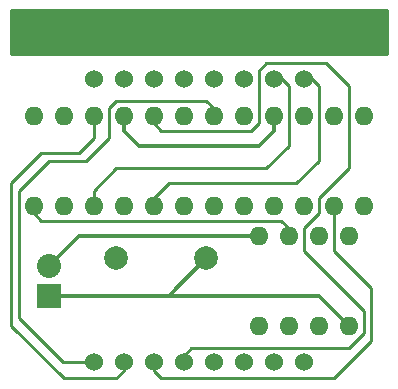
<source format=gtl>
G04 #@! TF.FileFunction,Copper,L1,Top,Signal*
%FSLAX46Y46*%
G04 Gerber Fmt 4.6, Leading zero omitted, Abs format (unit mm)*
G04 Created by KiCad (PCBNEW 4.0.2+e4-6225~38~ubuntu14.04.1-stable) date Seg 01 Ago 2016 19:20:02 BRT*
%MOMM*%
G01*
G04 APERTURE LIST*
%ADD10C,0.100000*%
%ADD11O,1.600000X1.600000*%
%ADD12C,1.524000*%
%ADD13R,2.032000X2.032000*%
%ADD14O,2.032000X2.032000*%
%ADD15C,1.998980*%
%ADD16C,0.250000*%
%ADD17C,0.350000*%
G04 APERTURE END LIST*
D10*
D11*
X198120000Y-92710000D03*
X195580000Y-92710000D03*
X193040000Y-92710000D03*
X190500000Y-92710000D03*
X187960000Y-92710000D03*
X185420000Y-92710000D03*
X182880000Y-92710000D03*
X180340000Y-92710000D03*
X177800000Y-92710000D03*
X175260000Y-92710000D03*
X172720000Y-92710000D03*
X170180000Y-92710000D03*
X170180000Y-100330000D03*
X172720000Y-100330000D03*
X175260000Y-100330000D03*
X177800000Y-100330000D03*
X180340000Y-100330000D03*
X182880000Y-100330000D03*
X185420000Y-100330000D03*
X187960000Y-100330000D03*
X190500000Y-100330000D03*
X193040000Y-100330000D03*
X195580000Y-100330000D03*
X198120000Y-100330000D03*
D12*
X193040000Y-113600000D03*
X190500000Y-113600000D03*
X187960000Y-113600000D03*
X185420000Y-113600000D03*
X182880000Y-113600000D03*
X180340000Y-113600000D03*
X177800000Y-113600000D03*
X175260000Y-113600000D03*
X175260000Y-89600000D03*
X177800000Y-89600000D03*
X180340000Y-89600000D03*
X182880000Y-89600000D03*
X185420000Y-89600000D03*
X187960000Y-89600000D03*
X190500000Y-89600000D03*
X193040000Y-89600000D03*
D13*
X171450000Y-107950000D03*
D14*
X171450000Y-105410000D03*
D15*
X184785000Y-104775000D03*
X177165000Y-104775000D03*
D11*
X196850000Y-102870000D03*
X194310000Y-102870000D03*
X191770000Y-102870000D03*
X189230000Y-102870000D03*
X189230000Y-110490000D03*
X191770000Y-110490000D03*
X194310000Y-110490000D03*
X196850000Y-110490000D03*
D16*
X180340000Y-92710000D02*
X180340000Y-93345000D01*
X180340000Y-93345000D02*
X180975000Y-93980000D01*
X180975000Y-93980000D02*
X188595000Y-93980000D01*
X188595000Y-93980000D02*
X189230000Y-93345000D01*
X189230000Y-93345000D02*
X189230000Y-88900000D01*
X189230000Y-88900000D02*
X189865000Y-88265000D01*
X189865000Y-88265000D02*
X194945000Y-88265000D01*
X194945000Y-88265000D02*
X196850000Y-90170000D01*
X196850000Y-90170000D02*
X196850000Y-97155000D01*
X196850000Y-97155000D02*
X194310000Y-99695000D01*
X194310000Y-99695000D02*
X194310000Y-100965000D01*
X194310000Y-100965000D02*
X193040000Y-102235000D01*
X193040000Y-102235000D02*
X193040000Y-104140000D01*
X193040000Y-104140000D02*
X198120000Y-109220000D01*
X183515000Y-112395000D02*
X182880000Y-113030000D01*
X196850000Y-112395000D02*
X183515000Y-112395000D01*
X198120000Y-111125000D02*
X196850000Y-112395000D01*
X198120000Y-109220000D02*
X198120000Y-111125000D01*
X182880000Y-113030000D02*
X182880000Y-113600000D01*
X194945000Y-114935000D02*
X195580000Y-114935000D01*
X198755000Y-107315000D02*
X195580000Y-104140000D01*
X198755000Y-111760000D02*
X198755000Y-107315000D01*
X195580000Y-114935000D02*
X198755000Y-111760000D01*
X180340000Y-113600000D02*
X180340000Y-114300000D01*
X180340000Y-114300000D02*
X180975000Y-114935000D01*
X180975000Y-114935000D02*
X194945000Y-114935000D01*
X180340000Y-113600000D02*
X180340000Y-113030000D01*
X195580000Y-104140000D02*
X195580000Y-100330000D01*
X180340000Y-113600000D02*
X180405000Y-113600000D01*
X177800000Y-113600000D02*
X177800000Y-114300000D01*
X177800000Y-114300000D02*
X177165000Y-114935000D01*
X175260000Y-94615000D02*
X175260000Y-92710000D01*
X173990000Y-95885000D02*
X175260000Y-94615000D01*
X170815000Y-95885000D02*
X173990000Y-95885000D01*
X168275000Y-98425000D02*
X170815000Y-95885000D01*
X168275000Y-110490000D02*
X168275000Y-98425000D01*
X172720000Y-114935000D02*
X168275000Y-110490000D01*
X177165000Y-114935000D02*
X172720000Y-114935000D01*
X177165000Y-91440000D02*
X184785000Y-91440000D01*
X176530000Y-92075000D02*
X177165000Y-91440000D01*
X172655000Y-113600000D02*
X168910000Y-109855000D01*
X168910000Y-109855000D02*
X168910000Y-99060000D01*
X168910000Y-99060000D02*
X171450000Y-96520000D01*
X171450000Y-96520000D02*
X174625000Y-96520000D01*
X175260000Y-113600000D02*
X172655000Y-113600000D01*
X176530000Y-94615000D02*
X176530000Y-92075000D01*
X184785000Y-91440000D02*
X185420000Y-92075000D01*
X174625000Y-96520000D02*
X176530000Y-94615000D01*
X185420000Y-92075000D02*
X185420000Y-92710000D01*
X175325000Y-89600000D02*
X175260000Y-89600000D01*
X175260000Y-89535000D02*
X175260000Y-89600000D01*
X190500000Y-89600000D02*
X191200000Y-89600000D01*
X191200000Y-89600000D02*
X191770000Y-90170000D01*
X175260000Y-99060000D02*
X175260000Y-100330000D01*
X177165000Y-97155000D02*
X175260000Y-99060000D01*
X189865000Y-97155000D02*
X177165000Y-97155000D01*
X191770000Y-95250000D02*
X189865000Y-97155000D01*
X191770000Y-90170000D02*
X191770000Y-95250000D01*
X190500000Y-89600000D02*
X190500000Y-90170000D01*
X180340000Y-100330000D02*
X180340000Y-99695000D01*
X180340000Y-99695000D02*
X181610000Y-98425000D01*
X194310000Y-90170000D02*
X193740000Y-89600000D01*
X194310000Y-96520000D02*
X194310000Y-90170000D01*
X192405000Y-98425000D02*
X194310000Y-96520000D01*
X181610000Y-98425000D02*
X192405000Y-98425000D01*
X193740000Y-89600000D02*
X193040000Y-89600000D01*
X180340000Y-100330000D02*
X180340000Y-100965000D01*
X193040000Y-89600000D02*
X193040000Y-90170000D01*
X170180000Y-100330000D02*
X170180000Y-100965000D01*
X170180000Y-100965000D02*
X170815000Y-101600000D01*
X191135000Y-101600000D02*
X191770000Y-102235000D01*
X170815000Y-101600000D02*
X191135000Y-101600000D01*
X191770000Y-102235000D02*
X191770000Y-102870000D01*
D17*
X177800000Y-92710000D02*
X177800000Y-93980000D01*
X177800000Y-93980000D02*
X179070000Y-95250000D01*
X179070000Y-95250000D02*
X189230000Y-95250000D01*
X189230000Y-95250000D02*
X190500000Y-93980000D01*
X190500000Y-93980000D02*
X190500000Y-92710000D01*
D16*
X177800000Y-92710000D02*
X177800000Y-93345000D01*
X190500000Y-93345000D02*
X190500000Y-92710000D01*
X177800000Y-92710000D02*
X177800000Y-92075000D01*
X190500000Y-93345000D02*
X190500000Y-92710000D01*
D17*
X171450000Y-105410000D02*
X173990000Y-102870000D01*
X173990000Y-102870000D02*
X189230000Y-102870000D01*
D16*
X171450000Y-105410000D02*
X171450000Y-104775000D01*
X189230000Y-102870000D02*
X188595000Y-102870000D01*
D17*
X184785000Y-104775000D02*
X181610000Y-107950000D01*
X181610000Y-107950000D02*
X182245000Y-107950000D01*
X171450000Y-107950000D02*
X182245000Y-107950000D01*
X182245000Y-107950000D02*
X194310000Y-107950000D01*
X194310000Y-107950000D02*
X196850000Y-110490000D01*
D16*
G36*
X200060000Y-87505000D02*
X168240000Y-87505000D01*
X168240000Y-83785000D01*
X200060000Y-83785000D01*
X200060000Y-87505000D01*
X200060000Y-87505000D01*
G37*
X200060000Y-87505000D02*
X168240000Y-87505000D01*
X168240000Y-83785000D01*
X200060000Y-83785000D01*
X200060000Y-87505000D01*
M02*

</source>
